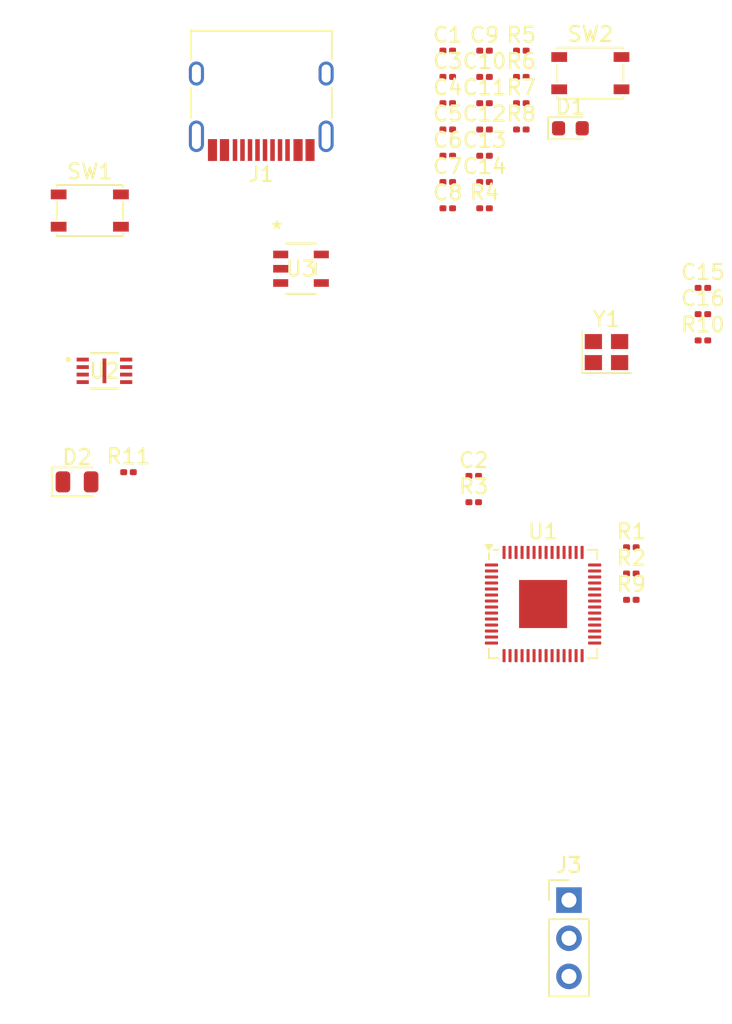
<source format=kicad_pcb>
(kicad_pcb (version 20240108) (generator "pcbnew") (generator_version "8.0")
  (layers (0 "F.Cu" signal) (31 "B.Cu" signal) (34 "B.Paste" user) (35 "F.Paste" user) (36 "B.SilkS" user "B.Silkscreen") (37 "F.SilkS" user "F.Silkscreen") (38 "B.Mask" user) (39 "F.Mask" user) (44 "Edge.Cuts" user))
  (net 0 "")
  (net 1 "Net-(U1-USB_DP)")
  (net 2 "USB_DP")
  (net 3 "Net-(U1-USB_DM)")
  (net 4 "USB_DM")
  (net 5 "Net-(J1-CC1)")
  (net 6 "GND")
  (net 7 "+3V3")
  (net 11 "/QSPI_SCLK")
  (net 18 "/SWCLK")
  (net 19 "/XOUT")
  (net 20 "/QSPI_SD3")
  (net 22 "/XIN")
  (net 30 "/QSPI_SD2")
  (net 31 "/USER_LED")
  (net 32 "Net-(U1-VREG_VOUT)")
  (net 33 "/USER_SW")
  (net 34 "/RESET")
  (net 39 "/QSPI_SD1")
  (net 40 "/~{QSPI_CS}")
  (net 41 "/QSPI_SD0")
  (net 42 "/SWDIO")
  (net 50 "Net-(C15-Pad2)")
  (net 51 "VBUS")
  (net 52 "Net-(J1-CC2)")
  (net 53 "Net-(SW1-A)")
  (net 54 "Net-(U3-BYP{slash}ADJ)")
  (net 55 "Net-(D2-A)")
  (net 56 "Net-(D1-K)")
  (footprint "Capacitor_SMD:C_0201_0603Metric" (layer "F.Cu") (at 142.425 59.175)
    (property "Reference" "C3" (at 0 -1.05 0) (layer "F.SilkS"))
    (property "Value" "100nF")
    (pad "1" smd roundrect (at -0.32 0) (size 0.46 0.4) (layers "F.Cu" "F.Mask") (net 7 "+3V3"))
    (pad "2" smd roundrect (at 0.32 0) (size 0.46 0.4) (layers "F.Cu" "F.Mask") (net 6 "GND"))
  )
  (footprint "Resistor_SMD:R_0201_0603Metric" (layer "F.Cu") (at 147.325 59.175)
    (property "Reference" "R6" (at 0 -1.05 0) (layer "F.SilkS"))
    (property "Value" "1K")
    (pad "1" smd roundrect (at -0.32 0) (size 0.46 0.4) (layers "F.Cu" "F.Mask") (net 56 "Net-(D1-K)"))
    (pad "2" smd roundrect (at 0.32 0) (size 0.46 0.4) (layers "F.Cu" "F.Mask") (net 53 "Net-(SW1-A)"))
  )
  (footprint "Capacitor_SMD:C_0201_0603Metric" (layer "F.Cu") (at 142.425 64.425)
    (property "Reference" "C6" (at 0 -1.05 0) (layer "F.SilkS"))
    (property "Value" "100nF")
    (pad "1" smd roundrect (at -0.32 0) (size 0.46 0.4) (layers "F.Cu" "F.Mask") (net 7 "+3V3"))
    (pad "2" smd roundrect (at 0.32 0) (size 0.46 0.4) (layers "F.Cu" "F.Mask") (net 6 "GND"))
  )
  (footprint "Resistor_SMD:R_0201_0603Metric" (layer "F.Cu") (at 147.325 62.675)
    (property "Reference" "R8" (at 0 -1.05 0) (layer "F.SilkS"))
    (property "Value" "5K1")
    (pad "1" smd roundrect (at -0.32 0) (size 0.46 0.4) (layers "F.Cu" "F.Mask") (net 52 "Net-(J1-CC2)"))
    (pad "2" smd roundrect (at 0.32 0) (size 0.46 0.4) (layers "F.Cu" "F.Mask") (net 6 "GND"))
  )
  (footprint "Capacitor_SMD:C_0201_0603Metric" (layer "F.Cu") (at 142.425 60.925)
    (property "Reference" "C4" (at 0 -1.05 0) (layer "F.SilkS"))
    (property "Value" "100nF")
    (pad "1" smd roundrect (at -0.32 0) (size 0.46 0.4) (layers "F.Cu" "F.Mask") (net 7 "+3V3"))
    (pad "2" smd roundrect (at 0.32 0) (size 0.46 0.4) (layers "F.Cu" "F.Mask") (net 6 "GND"))
  )
  (footprint "footprints:USON-8_UX_2x3x0p6_WIN" (layer "F.Cu") (at 119.5522 78.750001)
    (property "Reference" "U2" (at 0 0 0) (layer "F.SilkS"))
    (property "Value" "W25Q16JVUXIQ TR")
    (fp_line (start -0.906345 1.1811) (end 0.906345 1.1811) (stroke (width 0.1524)) (layer "F.SilkS"))
    (fp_line (start 0.906345 -1.1811) (end -0.906345 -1.1811) (stroke (width 0.1524)) (layer "F.SilkS"))
    (fp_circle (center -2.405 -0.75) (end -2.3034 -0.75) (stroke (width 0.1524)) (fill none) (layer "F.SilkS"))
    (pad "1" smd rect (at -1.4478 -0.750001) (size 0.8128 0.254) (layers "F.Cu" "F.Paste" "F.Mask") (net 40 "/~{QSPI_CS}"))
    (pad "2" smd rect (at -1.4478 -0.25) (size 0.8128 0.254) (layers "F.Cu" "F.Paste" "F.Mask") (net 39 "/QSPI_SD1"))
    (pad "3" smd rect (at -1.4478 0.25) (size 0.8128 0.254) (layers "F.Cu" "F.Paste" "F.Mask") (net 30 "/QSPI_SD2"))
    (pad "4" smd rect (at -1.4478 0.750001) (size 0.8128 0.254) (layers "F.Cu" "F.Paste" "F.Mask") (net 6 "GND"))
    (pad "5" smd rect (at 1.4478 0.750001) (size 0.8128 0.254) (layers "F.Cu" "F.Paste" "F.Mask") (net 41 "/QSPI_SD0"))
    (pad "6" smd rect (at 1.4478 0.25) (size 0.8128 0.254) (layers "F.Cu" "F.Paste" "F.Mask") (net 11 "/QSPI_SCLK"))
    (pad "7" smd rect (at 1.4478 -0.25) (size 0.8128 0.254) (layers "F.Cu" "F.Paste" "F.Mask") (net 20 "/QSPI_SD3"))
    (pad "8" smd rect (at 1.4478 -0.750001) (size 0.8128 0.254) (layers "F.Cu" "F.Paste" "F.Mask") (net 7 "+3V3"))
    (pad "9" smd rect (at 0 0) (size 0.254 1.651) (layers "F.Cu" "F.Paste" "F.Mask") (net 6 "GND"))
  )
  (footprint "Resistor_SMD:R_0201_0603Metric" (layer "F.Cu") (at 147.325 60.925)
    (property "Reference" "R7" (at 0 -1.05 0) (layer "F.SilkS"))
    (property "Value" "10k")
    (pad "1" smd roundrect (at -0.32 0) (size 0.46 0.4) (layers "F.Cu" "F.Mask") (net 7 "+3V3"))
    (pad "2" smd roundrect (at 0.32 0) (size 0.46 0.4) (layers "F.Cu" "F.Mask") (net 34 "/RESET"))
  )
  (footprint "Resistor_SMD:R_0201_0603Metric" (layer "F.Cu") (at 154.655 92.25)
    (property "Reference" "R2" (at 0 -1.05 0) (layer "F.SilkS"))
    (property "Value" "27R4")
    (pad "1" smd roundrect (at -0.32 0) (size 0.46 0.4) (layers "F.Cu" "F.Mask") (net 4 "USB_DM"))
    (pad "2" smd roundrect (at 0.32 0) (size 0.46 0.4) (layers "F.Cu" "F.Mask") (net 3 "Net-(U1-USB_DM)"))
  )
  (footprint "Capacitor_SMD:C_0201_0603Metric" (layer "F.Cu") (at 142.425 66.175)
    (property "Reference" "C7" (at 0 -1.05 0) (layer "F.SilkS"))
    (property "Value" "100nF")
    (pad "1" smd roundrect (at -0.32 0) (size 0.46 0.4) (layers "F.Cu" "F.Mask") (net 7 "+3V3"))
    (pad "2" smd roundrect (at 0.32 0) (size 0.46 0.4) (layers "F.Cu" "F.Mask") (net 6 "GND"))
  )
  (footprint "Capacitor_SMD:C_0201_0603Metric" (layer "F.Cu") (at 144.875 64.425)
    (property "Reference" "C13" (at 0 -1.05 0) (layer "F.SilkS"))
    (property "Value" "1uF")
    (pad "1" smd roundrect (at -0.32 0) (size 0.46 0.4) (layers "F.Cu" "F.Mask") (net 7 "+3V3"))
    (pad "2" smd roundrect (at 0.32 0) (size 0.46 0.4) (layers "F.Cu" "F.Mask") (net 6 "GND"))
  )
  (footprint "Resistor_SMD:R_0201_0603Metric" (layer "F.Cu") (at 159.425 76.725)
    (property "Reference" "R10" (at 0 -1.05 0) (layer "F.SilkS"))
    (property "Value" "1K")
    (pad "1" smd roundrect (at -0.32 0) (size 0.46 0.4) (layers "F.Cu" "F.Mask") (net 50 "Net-(C15-Pad2)"))
    (pad "2" smd roundrect (at 0.32 0) (size 0.46 0.4) (layers "F.Cu" "F.Mask") (net 19 "/XOUT"))
  )
  (footprint "Capacitor_SMD:C_0201_0603Metric" (layer "F.Cu") (at 142.425 67.925)
    (property "Reference" "C8" (at 0 -1.05 0) (layer "F.SilkS"))
    (property "Value" "100nF")
    (pad "1" smd roundrect (at -0.32 0) (size 0.46 0.4) (layers "F.Cu" "F.Mask") (net 32 "Net-(U1-VREG_VOUT)"))
    (pad "2" smd roundrect (at 0.32 0) (size 0.46 0.4) (layers "F.Cu" "F.Mask") (net 6 "GND"))
  )
  (footprint "Capacitor_SMD:C_0201_0603Metric" (layer "F.Cu") (at 142.425 57.425)
    (property "Reference" "C1" (at 0 -1.05 0) (layer "F.SilkS"))
    (property "Value" "100nF")
    (pad "1" smd roundrect (at -0.32 0) (size 0.46 0.4) (layers "F.Cu" "F.Mask") (net 7 "+3V3"))
    (pad "2" smd roundrect (at 0.32 0) (size 0.46 0.4) (layers "F.Cu" "F.Mask") (net 6 "GND"))
  )
  (footprint "Button_Switch_SMD:SW_SPST_PTS810" (layer "F.Cu") (at 118.575 68.075)
    (property "Reference" "SW1" (at 0 -2.6 0) (layer "F.SilkS"))
    (property "Value" "SW_BOOT")
    (fp_line (start -2.2 -1.7) (end -2.2 -1.58) (stroke (width 0.12)) (layer "F.SilkS"))
    (fp_line (start -2.2 -0.57) (end -2.2 0.57) (stroke (width 0.12)) (layer "F.SilkS"))
    (fp_line (start -2.2 1.58) (end -2.2 1.7) (stroke (width 0.12)) (layer "F.SilkS"))
    (fp_line (start -2.2 1.7) (end 2.2 1.7) (stroke (width 0.12)) (layer "F.SilkS"))
    (fp_line (start 2.2 -1.7) (end -2.2 -1.7) (stroke (width 0.12)) (layer "F.SilkS"))
    (fp_line (start 2.2 -1.58) (end 2.2 -1.7) (stroke (width 0.12)) (layer "F.SilkS"))
    (fp_line (start 2.2 0.57) (end 2.2 -0.57) (stroke (width 0.12)) (layer "F.SilkS"))
    (fp_line (start 2.2 1.7) (end 2.2 1.58) (stroke (width 0.12)) (layer "F.SilkS"))
    (pad "1" smd rect (at -2.075 -1.075) (size 1.05 0.65) (layers "F.Cu" "F.Paste" "F.Mask") (net 53 "Net-(SW1-A)"))
    (pad "1" smd rect (at 2.075 -1.075) (size 1.05 0.65) (layers "F.Cu" "F.Paste" "F.Mask") (net 53 "Net-(SW1-A)"))
    (pad "2" smd rect (at -2.075 1.075) (size 1.05 0.65) (layers "F.Cu" "F.Paste" "F.Mask") (net 6 "GND"))
    (pad "2" smd rect (at 2.075 1.075) (size 1.05 0.65) (layers "F.Cu" "F.Paste" "F.Mask") (net 6 "GND"))
  )
  (footprint "LED_SMD:LED_0805_2012Metric" (layer "F.Cu") (at 117.725 86.145)
    (property "Reference" "D2" (at 0 -1.65 0) (layer "F.SilkS"))
    (property "Value" "GRN LED")
    (fp_line (start -1.685 -0.96) (end -1.685 0.96) (stroke (width 0.12)) (layer "F.SilkS"))
    (fp_line (start -1.685 0.96) (end 1 0.96) (stroke (width 0.12)) (layer "F.SilkS"))
    (fp_line (start 1 -0.96) (end -1.685 -0.96) (stroke (width 0.12)) (layer "F.SilkS"))
    (pad "1" smd roundrect (at -0.9375 0) (size 0.975 1.4) (layers "F.Cu" "F.Paste" "F.Mask") (net 6 "GND"))
    (pad "2" smd roundrect (at 0.9375 0) (size 0.975 1.4) (layers "F.Cu" "F.Paste" "F.Mask") (net 55 "Net-(D2-A)"))
  )
  (footprint "Diode_SMD:D_0603_1608Metric" (layer "F.Cu") (at 150.595 62.595)
    (property "Reference" "D1" (at 0 -1.43 0) (layer "F.SilkS"))
    (property "Value" "D_Schottky")
    (fp_line (start -1.485 -0.735) (end -1.485 0.735) (stroke (width 0.12)) (layer "F.SilkS"))
    (fp_line (start -1.485 0.735) (end 0.8 0.735) (stroke (width 0.12)) (layer "F.SilkS"))
    (fp_line (start 0.8 -0.735) (end -1.485 -0.735) (stroke (width 0.12)) (layer "F.SilkS"))
    (pad "1" smd roundrect (at -0.7875 0) (size 0.875 0.95) (layers "F.Cu" "F.Paste" "F.Mask") (net 56 "Net-(D1-K)"))
    (pad "2" smd roundrect (at 0.7875 0) (size 0.875 0.95) (layers "F.Cu" "F.Paste" "F.Mask") (net 40 "/~{QSPI_CS}"))
  )
  (footprint "Capacitor_SMD:C_0201_0603Metric" (layer "F.Cu") (at 144.875 62.675)
    (property "Reference" "C12" (at 0 -1.05 0) (layer "F.SilkS"))
    (property "Value" "1uF")
    (pad "1" smd roundrect (at -0.32 0) (size 0.46 0.4) (layers "F.Cu" "F.Mask") (net 51 "VBUS"))
    (pad "2" smd roundrect (at 0.32 0) (size 0.46 0.4) (layers "F.Cu" "F.Mask") (net 6 "GND"))
  )
  (footprint "Resistor_SMD:R_0201_0603Metric" (layer "F.Cu") (at 144.875 67.925)
    (property "Reference" "R4" (at 0 -1.05 0) (layer "F.SilkS"))
    (property "Value" "10k")
    (pad "1" smd roundrect (at -0.32 0) (size 0.46 0.4) (layers "F.Cu" "F.Mask") (net 7 "+3V3"))
    (pad "2" smd roundrect (at 0.32 0) (size 0.46 0.4) (layers "F.Cu" "F.Mask") (net 53 "Net-(SW1-A)"))
  )
  (footprint "Capacitor_SMD:C_0201_0603Metric" (layer "F.Cu") (at 159.425 73.225)
    (property "Reference" "C15" (at 0 -1.05 0) (layer "F.SilkS"))
    (property "Value" "15pF")
    (pad "1" smd roundrect (at -0.32 0) (size 0.46 0.4) (layers "F.Cu" "F.Mask") (net 6 "GND"))
    (pad "2" smd roundrect (at 0.32 0) (size 0.46 0.4) (layers "F.Cu" "F.Mask") (net 50 "Net-(C15-Pad2)"))
  )
  (footprint "Resistor_SMD:R_0201_0603Metric" (layer "F.Cu") (at 147.325 57.425)
    (property "Reference" "R5" (at 0 -1.05 0) (layer "F.SilkS"))
    (property "Value" "10k")
    (pad "1" smd roundrect (at -0.32 0) (size 0.46 0.4) (layers "F.Cu" "F.Mask") (net 53 "Net-(SW1-A)"))
    (pad "2" smd roundrect (at 0.32 0) (size 0.46 0.4) (layers "F.Cu" "F.Mask") (net 33 "/USER_SW"))
  )
  (footprint "Connector_PinHeader_2.54mm:PinHeader_1x03_P2.54mm_Vertical" (layer "F.Cu") (at 150.5 114)
    (property "Reference" "J3" (at 0 -2.33 0) (layer "F.SilkS"))
    (property "Value" "SWD")
    (fp_line (start -1.33 -1.33) (end 0 -1.33) (stroke (width 0.12)) (layer "F.SilkS"))
    (fp_line (start -1.33 0) (end -1.33 -1.33) (stroke (width 0.12)) (layer "F.SilkS"))
    (fp_line (start -1.33 1.27) (end -1.33 6.41) (stroke (width 0.12)) (layer "F.SilkS"))
    (fp_line (start -1.33 1.27) (end 1.33 1.27) (stroke (width 0.12)) (layer "F.SilkS"))
    (fp_line (start -1.33 6.41) (end 1.33 6.41) (stroke (width 0.12)) (layer "F.SilkS"))
    (fp_line (start 1.33 1.27) (end 1.33 6.41) (stroke (width 0.12)) (layer "F.SilkS"))
    (pad "1" thru_hole rect (at 0 0) (size 1.7 1.7) (drill 1) (layers "*.Cu" "*.Mask") (net 18 "/SWCLK"))
    (pad "2" thru_hole oval (at 0 2.54) (size 1.7 1.7) (drill 1) (layers "*.Cu" "*.Mask") (net 6 "GND"))
    (pad "3" thru_hole oval (at 0 5.08) (size 1.7 1.7) (drill 1) (layers "*.Cu" "*.Mask") (net 42 "/SWDIO"))
  )
  (footprint "Resistor_SMD:R_0201_0603Metric" (layer "F.Cu") (at 154.655 90.5)
    (property "Reference" "R1" (at 0 -1.05 0) (layer "F.SilkS"))
    (property "Value" "27R4")
    (pad "1" smd roundrect (at -0.32 0) (size 0.46 0.4) (layers "F.Cu" "F.Mask") (net 2 "USB_DP"))
    (pad "2" smd roundrect (at 0.32 0) (size 0.46 0.4) (layers "F.Cu" "F.Mask") (net 1 "Net-(U1-USB_DP)"))
  )
  (footprint "footprints:SOT-23-5_AP2202_DIO" (layer "F.Cu") (at 132.64745 71.950001)
    (property "Reference" "U3" (at 0 0 0) (layer "F.SilkS"))
    (property "Value" "AP2202K-3.3TRG1")
    (fp_line (start -0.9779 1.6764) (end 0.9779 1.6764) (stroke (width 0.1524)) (layer "F.SilkS"))
    (fp_line (start 0.9779 -1.6764) (end -0.9779 -1.6764) (stroke (width 0.1524)) (layer "F.SilkS"))
    (fp_line (start 0.9779 0.363261) (end 0.9779 -0.363261) (stroke (width 0.1524)) (layer "F.SilkS"))
    (fp_text user "*" (at -1.60655 -2.601 0) (layer "F.SilkS"))
    (fp_text user "*" (at -1.60655 -2.601 0) (layer "F.SilkS"))
    (pad "1" smd rect (at -1.35255 -0.950001) (size 1.0033 0.508) (layers "F.Cu" "F.Paste" "F.Mask") (net 51 "VBUS"))
    (pad "2" smd rect (at -1.35255 0) (size 1.0033 0.508) (layers "F.Cu" "F.Paste" "F.Mask") (net 6 "GND"))
    (pad "3" smd rect (at -1.35255 0.950001) (size 1.0033 0.508) (layers "F.Cu" "F.Paste" "F.Mask") (net 51 "VBUS"))
    (pad "4" smd rect (at 1.35255 0.950001) (size 1.0033 0.508) (layers "F.Cu" "F.Paste" "F.Mask") (net 54 "Net-(U3-BYP{slash}ADJ)"))
    (pad "5" smd rect (at 1.35255 -0.950001) (size 1.0033 0.508) (layers "F.Cu" "F.Paste" "F.Mask") (net 7 "+3V3"))
  )
  (footprint "Crystal:Crystal_SMD_2520-4Pin_2.5x2.0mm" (layer "F.Cu") (at 153 77.5)
    (property "Reference" "Y1" (at 0 -2.2 0) (layer "F.SilkS"))
    (property "Value" "ABM8-272-T3")
    (fp_line (start -1.65 -1.4) (end -1.65 1.4) (stroke (width 0.12)) (layer "F.SilkS"))
    (fp_line (start -1.65 1.4) (end 1.65 1.4) (stroke (width 0.12)) (layer "F.SilkS"))
    (pad "1" smd rect (at -0.875 0.7) (size 1.15 1) (layers "F.Cu" "F.Paste" "F.Mask") (net 22 "/XIN"))
    (pad "2" smd rect (at 0.875 0.7) (size 1.15 1) (layers "F.Cu" "F.Paste" "F.Mask") (net 6 "GND"))
    (pad "3" smd rect (at 0.875 -0.7) (size 1.15 1) (layers "F.Cu" "F.Paste" "F.Mask") (net 50 "Net-(C15-Pad2)"))
    (pad "4" smd rect (at -0.875 -0.7) (size 1.15 1) (layers "F.Cu" "F.Paste" "F.Mask") (net 6 "GND"))
  )
  (footprint "Resistor_SMD:R_0201_0603Metric" (layer "F.Cu") (at 154.655 94)
    (property "Reference" "R9" (at 0 -1.05 0) (layer "F.SilkS"))
    (property "Value" "5K1")
    (pad "1" smd roundrect (at -0.32 0) (size 0.46 0.4) (layers "F.Cu" "F.Mask") (net 5 "Net-(J1-CC1)"))
    (pad "2" smd roundrect (at 0.32 0) (size 0.46 0.4) (layers "F.Cu" "F.Mask") (net 6 "GND"))
  )
  (footprint "Capacitor_SMD:C_0201_0603Metric" (layer "F.Cu") (at 144.875 59.175)
    (property "Reference" "C10" (at 0 -1.05 0) (layer "F.SilkS"))
    (property "Value" "1uF")
    (pad "1" smd roundrect (at -0.32 0) (size 0.46 0.4) (layers "F.Cu" "F.Mask") (net 32 "Net-(U1-VREG_VOUT)"))
    (pad "2" smd roundrect (at 0.32 0) (size 0.46 0.4) (layers "F.Cu" "F.Mask") (net 6 "GND"))
  )
  (footprint "Capacitor_SMD:C_0201_0603Metric" (layer "F.Cu") (at 144.875 57.425)
    (property "Reference" "C9" (at 0 -1.05 0) (layer "F.SilkS"))
    (property "Value" "100nF")
    (pad "1" smd roundrect (at -0.32 0) (size 0.46 0.4) (layers "F.Cu" "F.Mask") (net 32 "Net-(U1-VREG_VOUT)"))
    (pad "2" smd roundrect (at 0.32 0) (size 0.46 0.4) (layers "F.Cu" "F.Mask") (net 6 "GND"))
  )
  (footprint "Resistor_SMD:R_0201_0603Metric" (layer "F.Cu") (at 144.155 87.5)
    (property "Reference" "R3" (at 0 -1.05 0) (layer "F.SilkS"))
    (property "Value" "10k")
    (pad "1" smd roundrect (at -0.32 0) (size 0.46 0.4) (layers "F.Cu" "F.Mask") (net 7 "+3V3"))
    (pad "2" smd roundrect (at 0.32 0) (size 0.46 0.4) (layers "F.Cu" "F.Mask") (net 40 "/~{QSPI_CS}"))
  )
  (footprint "Capacitor_SMD:C_0201_0603Metric" (layer "F.Cu") (at 142.425 62.675)
    (property "Reference" "C5" (at 0 -1.05 0) (layer "F.SilkS"))
    (property "Value" "100nF")
    (pad "1" smd roundrect (at -0.32 0) (size 0.46 0.4) (layers "F.Cu" "F.Mask") (net 7 "+3V3"))
    (pad "2" smd roundrect (at 0.32 0) (size 0.46 0.4) (layers "F.Cu" "F.Mask") (net 6 "GND"))
  )
  (footprint "Capacitor_SMD:C_0201_0603Metric" (layer "F.Cu") (at 144.155 85.75)
    (property "Reference" "C2" (at 0 -1.05 0) (layer "F.SilkS"))
    (property "Value" "100nF")
    (pad "1" smd roundrect (at -0.32 0) (size 0.46 0.4) (layers "F.Cu" "F.Mask") (net 7 "+3V3"))
    (pad "2" smd roundrect (at 0.32 0) (size 0.46 0.4) (layers "F.Cu" "F.Mask") (net 6 "GND"))
  )
  (footprint "Capacitor_SMD:C_0201_0603Metric" (layer "F.Cu") (at 159.425 74.975)
    (property "Reference" "C16" (at 0 -1.05 0) (layer "F.SilkS"))
    (property "Value" "15pF")
    (pad "1" smd roundrect (at -0.32 0) (size 0.46 0.4) (layers "F.Cu" "F.Mask") (net 6 "GND"))
    (pad "2" smd roundrect (at 0.32 0) (size 0.46 0.4) (layers "F.Cu" "F.Mask") (net 22 "/XIN"))
  )
  (footprint "Package_DFN_QFN:QFN-56-1EP_7x7mm_P0.4mm_EP3.2x3.2mm" (layer "F.Cu") (at 148.775 94.28)
    (property "Reference" "U1" (at 0 -4.83 0) (layer "F.SilkS"))
    (property "Value" "RP2040")
    (fp_line (start -3.61 -2.96) (end -3.61 -3.37) (stroke (width 0.12)) (layer "F.SilkS"))
    (fp_line (start -3.61 3.61) (end -3.61 2.96) (stroke (width 0.12)) (layer "F.SilkS"))
    (fp_line (start -2.96 -3.61) (end -3.31 -3.61) (stroke (width 0.12)) (layer "F.SilkS"))
    (fp_line (start -2.96 3.61) (end -3.61 3.61) (stroke (width 0.12)) (layer "F.SilkS"))
    (fp_line (start 2.96 -3.61) (end 3.61 -3.61) (stroke (width 0.12)) (layer "F.SilkS"))
    (fp_line (start 2.96 3.61) (end 3.61 3.61) (stroke (width 0.12)) (layer "F.SilkS"))
    (fp_line (start 3.61 -3.61) (end 3.61 -2.96) (stroke (width 0.12)) (layer "F.SilkS"))
    (fp_line (start 3.61 3.61) (end 3.61 2.96) (stroke (width 0.12)) (layer "F.SilkS"))
    (fp_poly (pts (xy -3.61 -3.61) (xy -3.85 -3.94) (xy -3.37 -3.94) (xy -3.61 -3.61)) (stroke (width 0.12)) (fill solid) (layer "F.SilkS"))
    (pad "1" smd roundrect (at -3.4375 -2.6) (size 0.875 0.2) (layers "F.Cu" "F.Paste" "F.Mask") (net 7 "+3V3"))
    (pad "2" smd roundrect (at -3.4375 -2.2) (size 0.875 0.2) (layers "F.Cu" "F.Paste" "F.Mask"))
    (pad "3" smd roundrect (at -3.4375 -1.8) (size 0.875 0.2) (layers "F.Cu" "F.Paste" "F.Mask"))
    (pad "4" smd roundrect (at -3.4375 -1.4) (size 0.875 0.2) (layers "F.Cu" "F.Paste" "F.Mask"))
    (pad "5" smd roundrect (at -3.4375 -1) (size 0.875 0.2) (layers "F.Cu" "F.Paste" "F.Mask"))
    (pad "6" smd roundrect (at -3.4375 -0.6) (size 0.875 0.2) (layers "F.Cu" "F.Paste" "F.Mask"))
    (pad "7" smd roundrect (at -3.4375 -0.2) (size 0.875 0.2) (layers "F.Cu" "F.Paste" "F.Mask"))
    (pad "8" smd roundrect (at -3.4375 0.2) (size 0.875 0.2) (layers "F.Cu" "F.Paste" "F.Mask"))
    (pad "9" smd roundrect (at -3.4375 0.6) (size 0.875 0.2) (layers "F.Cu" "F.Paste" "F.Mask"))
    (pad "10" smd roundrect (at -3.4375 1) (size 0.875 0.2) (layers "F.Cu" "F.Paste" "F.Mask") (net 7 "+3V3"))
    (pad "11" smd roundrect (at -3.4375 1.4) (size 0.875 0.2) (layers "F.Cu" "F.Paste" "F.Mask"))
    (pad "12" smd roundrect (at -3.4375 1.8) (size 0.875 0.2) (layers "F.Cu" "F.Paste" "F.Mask"))
    (pad "13" smd roundrect (at -3.4375 2.2) (size 0.875 0.2) (layers "F.Cu" "F.Paste" "F.Mask"))
    (pad "14" smd roundrect (at -3.4375 2.6) (size 0.875 0.2) (layers "F.Cu" "F.Paste" "F.Mask"))
    (pad "15" smd roundrect (at -2.6 3.4375) (size 0.2 0.875) (layers "F.Cu" "F.Paste" "F.Mask"))
    (pad "16" smd roundrect (at -2.2 3.4375) (size 0.2 0.875) (layers "F.Cu" "F.Paste" "F.Mask"))
    (pad "17" smd roundrect (at -1.8 3.4375) (size 0.2 0.875) (layers "F.Cu" "F.Paste" "F.Mask"))
    (pad "18" smd roundrect (at -1.4 3.4375) (size 0.2 0.875) (layers "F.Cu" "F.Paste" "F.Mask"))
    (pad "19" smd roundrect (at -1 3.4375) (size 0.2 0.875) (layers "F.Cu" "F.Paste" "F.Mask") (net 6 "GND"))
    (pad "20" smd roundrect (at -0.6 3.4375) (size 0.2 0.875) (layers "F.Cu" "F.Paste" "F.Mask") (net 22 "/XIN"))
    (pad "21" smd roundrect (at -0.2 3.4375) (size 0.2 0.875) (layers "F.Cu" "F.Paste" "F.Mask") (net 19 "/XOUT"))
    (pad "22" smd roundrect (at 0.2 3.4375) (size 0.2 0.875) (layers "F.Cu" "F.Paste" "F.Mask") (net 7 "+3V3"))
    (pad "23" smd roundrect (at 0.6 3.4375) (size 0.2 0.875) (layers "F.Cu" "F.Paste" "F.Mask") (net 32 "Net-(U1-VREG_VOUT)"))
    (pad "24" smd roundrect (at 1 3.4375) (size 0.2 0.875) (layers "F.Cu" "F.Paste" "F.Mask") (net 18 "/SWCLK"))
    (pad "25" smd roundrect (at 1.4 3.4375) (size 0.2 0.875) (layers "F.Cu" "F.Paste" "F.Mask") (net 42 "/SWDIO"))
    (pad "26" smd roundrect (at 1.8 3.4375) (size 0.2 0.875) (layers "F.Cu" "F.Paste" "F.Mask") (net 34 "/RESET"))
    (pad "27" smd roundrect (at 2.2 3.4375) (size 0.2 0.875) (layers "F.Cu" "F.Paste" "F.Mask"))
    (pad "28" smd roundrect (at 2.6 3.4375) (size 0.2 0.875) (layers "F.Cu" "F.Paste" "F.Mask"))
    (pad "29" smd roundrect (at 3.4375 2.6) (size 0.875 0.2) (layers "F.Cu" "F.Paste" "F.Mask"))
    (pad "30" smd roundrect (at 3.4375 2.2) (size 0.875 0.2) (layers "F.Cu" "F.Paste" "F.Mask"))
    (pad "31" smd roundrect (at 3.4375 1.8) (size 0.875 0.2) (layers "F.Cu" "F.Paste" "F.Mask"))
    (pad "32" smd roundrect (at 3.4375 1.4) (size 0.875 0.2) (layers "F.Cu" "F.Paste" "F.Mask"))
    (pad "33" smd roundrect (at 3.4375 1) (size 0.875 0.2) (layers "F.Cu" "F.Paste" "F.Mask") (net 7 "+3V3"))
    (pad "34" smd roundrect (at 3.4375 0.6) (size 0.875 0.2) (layers "F.Cu" "F.Paste" "F.Mask"))
    (pad "35" smd roundrect (at 3.4375 0.2) (size 0.875 0.2) (layers "F.Cu" "F.Paste" "F.Mask") (net 33 "/USER_SW"))
    (pad "36" smd roundrect (at 3.4375 -0.2) (size 0.875 0.2) (layers "F.Cu" "F.Paste" "F.Mask"))
    (pad "37" smd roundrect (at 3.4375 -0.6) (size 0.875 0.2) (layers "F.Cu" "F.Paste" "F.Mask") (net 31 "/USER_LED"))
    (pad "38" smd roundrect (at 3.4375 -1) (size 0.875 0.2) (layers "F.Cu" "F.Paste" "F.Mask"))
    (pad "39" smd roundrect (at 3.4375 -1.4) (size 0.875 0.2) (layers "F.Cu" "F.Paste" "F.Mask"))
    (pad "40" smd roundrect (at 3.4375 -1.8) (size 0.875 0.2) (layers "F.Cu" "F.Paste" "F.Mask"))
    (pad "41" smd roundrect (at 3.4375 -2.2) (size 0.875 0.2) (layers "F.Cu" "F.Paste" "F.Mask"))
    (pad "42" smd roundrect (at 3.4375 -2.6) (size 0.875 0.2) (layers "F.Cu" "F.Paste" "F.Mask") (net 7 "+3V3"))
    (pad "43" smd roundrect (at 2.6 -3.4375) (size 0.2 0.875) (layers "F.Cu" "F.Paste" "F.Mask") (net 7 "+3V3"))
    (pad "44" smd roundrect (at 2.2 -3.4375) (size 0.2 0.875) (layers "F.Cu" "F.Paste" "F.Mask") (net 7 "+3V3"))
    (pad "45" smd roundrect (at 1.8 -3.4375) (size 0.2 0.875) (layers "F.Cu" "F.Paste" "F.Mask") (net 32 "Net-(U1-VREG_VOUT)"))
    (pad "46" smd roundrect (at 1.4 -3.4375) (size 0.2 0.875) (layers "F.Cu" "F.Paste" "F.Mask") (net 3 "Net-(U1-USB_DM)"))
    (pad "47" smd roundrect (at 1 -3.4375) (size 0.2 0.875) (layers "F.Cu" "F.Paste" "F.Mask") (net 1 "Net-(U1-USB_DP)"))
    (pad "48" smd roundrect (at 0.6 -3.4375) (size 0.2 0.875) (layers "F.Cu" "F.Paste" "F.Mask") (net 7 "+3V3"))
    (pad "49" smd roundrect (at 0.2 -3.4375) (size 0.2 0.875) (layers "F.Cu" "F.Paste" "F.Mask") (net 7 "+3V3"))
    (pad "50" smd roundrect (at -0.2 -3.4375) (size 0.2 0.875) (layers "F.Cu" "F.Paste" "F.Mask") (net 7 "+3V3"))
    (pad "51" smd roundrect (at -0.6 -3.4375) (size 0.2 0.875) (layers "F.Cu" "F.Paste" "F.Mask") (net 20 "/QSPI_SD3"))
    (pad "52" smd roundrect (at -1 -3.4375) (size 0.2 0.875) (layers "F.Cu" "F.Paste" "F.Mask") (net 11 "/QSPI_SCLK"))
    (pad "53" smd roundrect (at -1.4 -3.4375) (size 0.2 0.875) (layers "F.Cu" "F.Paste" "F.Mask") (net 41 "/QSPI_SD0"))
    (pad "54" smd roundrect (at -1.8 -3.4375) (size 0.2 0.875) (layers "F.Cu" "F.Paste" "F.Mask") (net 30 "/QSPI_SD2"))
    (pad "55" smd roundrect (at -2.2 -3.4375) (size 0.2 0.875) (layers "F.Cu" "F.Paste" "F.Mask") (net 39 "/QSPI_SD1"))
    (pad "56" smd roundrect (at -2.6 -3.4375) (size 0.2 0.875) (layers "F.Cu" "F.Paste" "F.Mask") (net 40 "/~{QSPI_CS}"))
    (pad "57" smd rect (at 0 0) (size 3.2 3.2) (property pad_prop_heatsink) (layers "F.Cu" "F.Mask") (net 6 "GND"))
  )
  (footprint "Capacitor_SMD:C_0201_0603Metric" (layer "F.Cu") (at 144.875 66.175)
    (property "Reference" "C14" (at 0 -1.05 0) (layer "F.SilkS"))
    (property "Value" "100pF")
    (pad "1" smd roundrect (at -0.32 0) (size 0.46 0.4) (layers "F.Cu" "F.Mask") (net 54 "Net-(U3-BYP{slash}ADJ)"))
    (pad "2" smd roundrect (at 0.32 0) (size 0.46 0.4) (layers "F.Cu" "F.Mask") (net 6 "GND"))
  )
  (footprint "Connector_USB:USB_C_Receptacle_HRO_TYPE-C-31-M-12" (layer "F.Cu") (at 130 60 180)
    (property "Reference" "J1" (at 0 -5.645 0) (layer "F.SilkS"))
    (property "Value" "USB_C_Receptacle_USB2.0_14P")
    (fp_line (start 4.7 2) (end 4.7 3.9) (stroke (width 0.12)) (layer "F.SilkS"))
    (fp_line (start 4.7 -1.9) (end 4.7 0.1) (stroke (width 0.12)) (layer "F.SilkS"))
    (fp_line (start -4.7 3.9) (end 4.7 3.9) (stroke (width 0.12)) (layer "F.SilkS"))
    (fp_line (start -4.7 2) (end -4.7 3.9) (stroke (width 0.12)) (layer "F.SilkS"))
    (fp_line (start -4.7 -1.9) (end -4.7 0.1) (stroke (width 0.12)) (layer "F.SilkS"))
    (pad "" np_thru_hole circle (at -2.89 -2.6 180) (size 0.65 0.65) (drill 0.65) (layers "*.Cu" "*.Mask"))
    (pad "" np_thru_hole circle (at 2.89 -2.6 180) (size 0.65 0.65) (drill 0.65) (layers "*.Cu" "*.Mask"))
    (pad "A1" smd rect (at -3.25 -4.045 180) (size 0.6 1.45) (layers "F.Cu" "F.Paste" "F.Mask") (net 6 "GND"))
    (pad "A4" smd rect (at -2.45 -4.045 180) (size 0.6 1.45) (layers "F.Cu" "F.Paste" "F.Mask") (net 51 "VBUS"))
    (pad "A5" smd rect (at -1.25 -4.045 180) (size 0.3 1.45) (layers "F.Cu" "F.Paste" "F.Mask") (net 5 "Net-(J1-CC1)"))
    (pad "A6" smd rect (at -0.25 -4.045 180) (size 0.3 1.45) (layers "F.Cu" "F.Paste" "F.Mask") (net 2 "USB_DP"))
    (pad "A7" smd rect (at 0.25 -4.045 180) (size 0.3 1.45) (layers "F.Cu" "F.Paste" "F.Mask") (net 4 "USB_DM"))
    (pad "A8" smd rect (at 1.25 -4.045 180) (size 0.3 1.45) (layers "F.Cu" "F.Paste" "F.Mask"))
    (pad "A9" smd rect (at 2.45 -4.045 180) (size 0.6 1.45) (layers "F.Cu" "F.Paste" "F.Mask") (net 51 "VBUS"))
    (pad "A12" smd rect (at 3.25 -4.045 180) (size 0.6 1.45) (layers "F.Cu" "F.Paste" "F.Mask") (net 6 "GND"))
    (pad "B1" smd rect (at 3.25 -4.045 180) (size 0.6 1.45) (layers "F.Cu" "F.Paste" "F.Mask") (net 6 "GND"))
    (pad "B4" smd rect (at 2.45 -4.045 180) (size 0.6 1.45) (layers "F.Cu" "F.Paste" "F.Mask") (net 51 "VBUS"))
    (pad "B5" smd rect (at 1.75 -4.045 180) (size 0.3 1.45) (layers "F.Cu" "F.Paste" "F.Mask") (net 52 "Net-(J1-CC2)"))
    (pad "B6" smd rect (at 0.75 -4.045 180) (size 0.3 1.45) (layers "F.Cu" "F.Paste" "F.Mask") (net 2 "USB_DP"))
    (pad "B7" smd rect (at -0.75 -4.045 180) (size 0.3 1.45) (layers "F.Cu" "F.Paste" "F.Mask") (net 4 "USB_DM"))
    (pad "B8" smd rect (at -1.75 -4.045 180) (size 0.3 1.45) (layers "F.Cu" "F.Paste" "F.Mask"))
    (pad "B9" smd rect (at -2.45 -4.045 180) (size 0.6 1.45) (layers "F.Cu" "F.Paste" "F.Mask") (net 51 "VBUS"))
    (pad "B12" smd rect (at -3.25 -4.045 180) (size 0.6 1.45) (layers "F.Cu" "F.Paste" "F.Mask") (net 6 "GND"))
    (pad "S1" thru_hole oval (at -4.32 -3.13 180) (size 1 2.1) (drill oval 0.6 1.7) (layers "*.Cu" "*.Mask") (net 6 "GND"))
    (pad "S1" thru_hole oval (at -4.32 1.05 180) (size 1 1.6) (drill oval 0.6 1.2) (layers "*.Cu" "*.Mask") (net 6 "GND"))
    (pad "S1" thru_hole oval (at 4.32 -3.13 180) (size 1 2.1) (drill oval 0.6 1.7) (layers "*.Cu" "*.Mask") (net 6 "GND"))
    (pad "S1" thru_hole oval (at 4.32 1.05 180) (size 1 1.6) (drill oval 0.6 1.2) (layers "*.Cu" "*.Mask") (net 6 "GND"))
  )
  (footprint "Resistor_SMD:R_0201_0603Metric" (layer "F.Cu") (at 121.155 85.5)
    (property "Reference" "R11" (at 0 -1.05 0) (layer "F.SilkS"))
    (property "Value" "470R")
    (pad "1" smd roundrect (at -0.32 0) (size 0.46 0.4) (layers "F.Cu" "F.Mask") (net 31 "/USER_LED"))
    (pad "2" smd roundrect (at 0.32 0) (size 0.46 0.4) (layers "F.Cu" "F.Mask") (net 55 "Net-(D2-A)"))
  )
  (footprint "Capacitor_SMD:C_0201_0603Metric" (layer "F.Cu") (at 144.875 60.925)
    (property "Reference" "C11" (at 0 -1.05 0) (layer "F.SilkS"))
    (property "Value" "1uF")
    (pad "1" smd roundrect (at -0.32 0) (size 0.46 0.4) (layers "F.Cu" "F.Mask") (net 7 "+3V3"))
    (pad "2" smd roundrect (at 0.32 0) (size 0.46 0.4) (layers "F.Cu" "F.Mask") (net 6 "GND"))
  )
  (footprint "Button_Switch_SMD:SW_SPST_PTS810" (layer "F.Cu") (at 151.925 58.925)
    (property "Reference" "SW2" (at 0 -2.6 0) (layer "F.SilkS"))
    (property "Value" "SW_RESET")
    (fp_line (start -2.2 -1.7) (end -2.2 -1.58) (stroke (width 0.12)) (layer "F.SilkS"))
    (fp_line (start -2.2 -0.57) (end -2.2 0.57) (stroke (width 0.12)) (layer "F.SilkS"))
    (fp_line (start -2.2 1.58) (end -2.2 1.7) (stroke (width 0.12)) (layer "F.SilkS"))
    (fp_line (start -2.2 1.7) (end 2.2 1.7) (stroke (width 0.12)) (layer "F.SilkS"))
    (fp_line (start 2.2 -1.7) (end -2.2 -1.7) (stroke (width 0.12)) (layer "F.SilkS"))
    (fp_line (start 2.2 -1.58) (end 2.2 -1.7) (stroke (width 0.12)) (layer "F.SilkS"))
    (fp_line (start 2.2 0.57) (end 2.2 -0.57) (stroke (width 0.12)) (layer "F.SilkS"))
    (fp_line (start 2.2 1.7) (end 2.2 1.58) (stroke (width 0.12)) (layer "F.SilkS"))
    (pad "1" smd rect (at -2.075 -1.075) (size 1.05 0.65) (layers "F.Cu" "F.Paste" "F.Mask") (net 34 "/RESET"))
    (pad "1" smd rect (at 2.075 -1.075) (size 1.05 0.65) (layers "F.Cu" "F.Paste" "F.Mask") (net 34 "/RESET"))
    (pad "2" smd rect (at -2.075 1.075) (size 1.05 0.65) (layers "F.Cu" "F.Paste" "F.Mask") (net 6 "GND"))
    (pad "2" smd rect (at 2.075 1.075) (size 1.05 0.65) (layers "F.Cu" "F.Paste" "F.Mask") (net 6 "GND"))
  )
)
</source>
